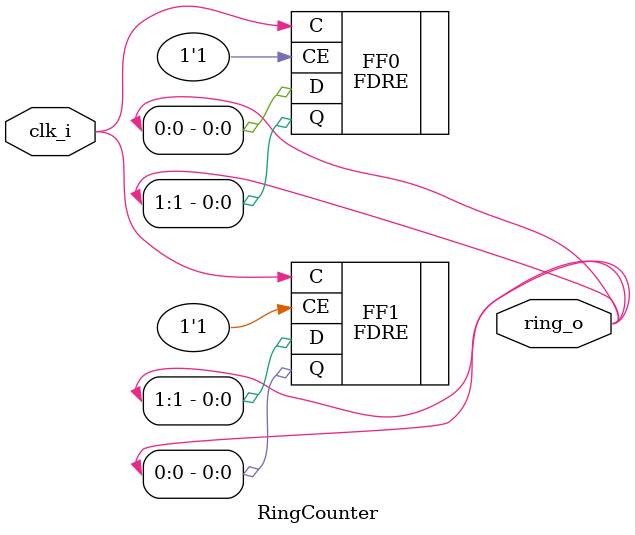
<source format=v>
`timescale 1ns / 1ps


module RingCounter(
    input clk_i,
    output [1:0] ring_o
    );
    
    FDRE #(.INIT(1'b0) ) FF0  (.C(clk_i), .CE(1'b1), .D(ring_o[0]), .Q(ring_o[1]));
    FDRE #(.INIT(1'b1) ) FF1  (.C(clk_i), .CE(1'b1), .D(ring_o[1]), .Q(ring_o[0]));
//    FDRE #(.INIT(1'b1) ) FF2  (.C(clk_i), .CE(1'b1), .D(ring_o[2]), .Q(ring_o[0]));
    
endmodule

</source>
